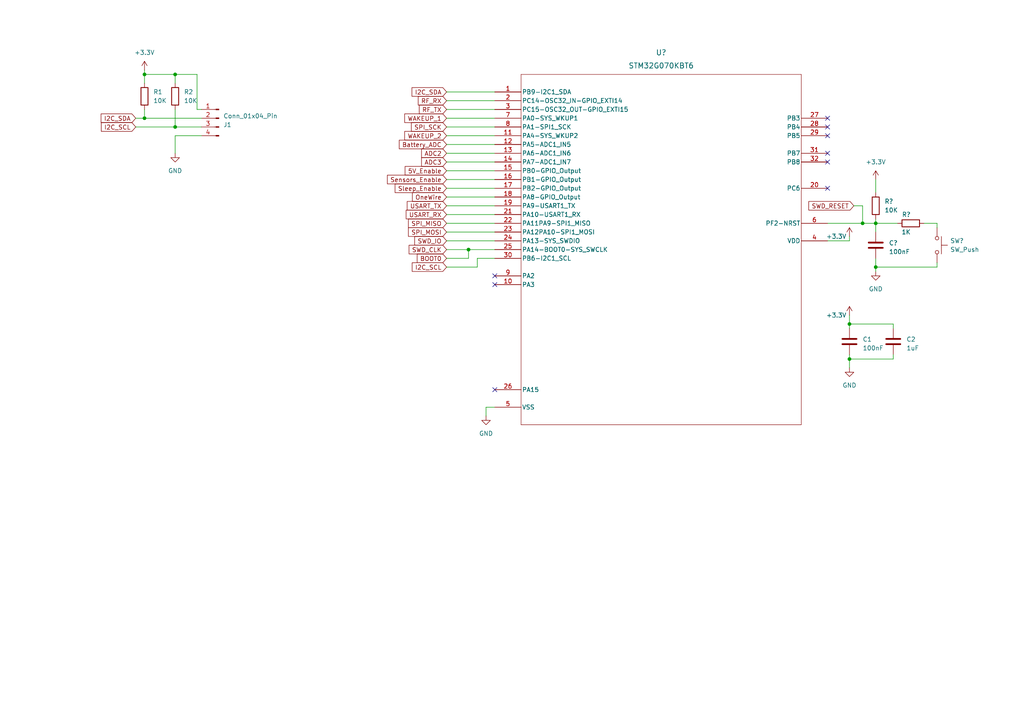
<source format=kicad_sch>
(kicad_sch (version 20230121) (generator eeschema)
  (paper "A4")
  (lib_symbols
    (symbol "2023-02-13_13-40-03:STM32G070KBT6" (pin_names (offset 0.254))
      (property "Reference" "U" (at 48.26 10.16 0))
      (property "Value" "STM32G070KBT6" (at 48.26 7.62 0))
      (symbol "STM32G070KBT6_0_1"
        (polyline (pts (xy 7.62 -96.52) (xy 88.9 -96.52)) (stroke (width 0.127)))
        (polyline (pts (xy 7.62 5.08) (xy 7.62 -96.52)) (stroke (width 0.127)))
        (polyline (pts (xy 88.9 -96.52) (xy 88.9 5.08)) (stroke (width 0.127)))
        (polyline (pts (xy 88.9 5.08) (xy 7.62 5.08)) (stroke (width 0.127)))
        (pin unspecified line (at 0 0 0) (length 7.62) (name "PB9-I2C1_SDA") (number "1"))
        (pin bidirectional line (at 0 -55.88 0) (length 7.62) (name "PA3") (number "10"))
        (pin unspecified line (at 0 -12.7 0) (length 7.62) (name "PA4-SYS_WKUP2") (number "11"))
        (pin unspecified line (at 0 -15.24 0) (length 7.62) (name "PA5-ADC1_IN5") (number "12"))
        (pin unspecified line (at 0 -17.78 0) (length 7.62) (name "PA6-ADC1_IN6") (number "13"))
        (pin unspecified line (at 0 -20.32 0) (length 7.62) (name "PA7-ADC1_IN7") (number "14"))
        (pin unspecified line (at 0 -22.86 0) (length 7.62) (name "PB0-GPIO_Output") (number "15"))
        (pin unspecified line (at 0 -25.4 0) (length 7.62) (name "PB1-GPIO_Output") (number "16"))
        (pin unspecified line (at 0 -27.94 0) (length 7.62) (name "PB2-GPIO_Output") (number "17"))
        (pin unspecified line (at 0 -30.48 0) (length 7.62) (name "PA8-GPIO_Output") (number "18"))
        (pin unspecified line (at 0 -33.02 0) (length 7.62) (name "PA9-USART1_TX") (number "19"))
        (pin unspecified line (at 0 -2.54 0) (length 7.62) (name "PC14-OSC32_IN-GPIO_EXTI14") (number "2"))
        (pin bidirectional line (at 96.52 -27.94 180) (length 7.62) (name "PC6") (number "20"))
        (pin unspecified line (at 0 -35.56 0) (length 7.62) (name "PA10-USART1_RX") (number "21"))
        (pin unspecified line (at 0 -38.1 0) (length 7.62) (name "PA11PA9-SPI1_MISO") (number "22"))
        (pin unspecified line (at 0 -40.64 0) (length 7.62) (name "PA12PA10-SPI1_MOSI") (number "23"))
        (pin unspecified line (at 0 -43.18 0) (length 7.62) (name "PA13-SYS_SWDIO") (number "24"))
        (pin unspecified line (at 0 -45.72 0) (length 7.62) (name "PA14-BOOT0-SYS_SWCLK") (number "25"))
        (pin bidirectional line (at 0 -86.36 0) (length 7.62) (name "PA15") (number "26"))
        (pin bidirectional line (at 96.52 -7.62 180) (length 7.62) (name "PB3") (number "27"))
        (pin bidirectional line (at 96.52 -10.16 180) (length 7.62) (name "PB4") (number "28"))
        (pin bidirectional line (at 96.52 -12.7 180) (length 7.62) (name "PB5") (number "29"))
        (pin unspecified line (at 0 -5.08 0) (length 7.62) (name "PC15-OSC32_OUT-GPIO_EXTI15") (number "3"))
        (pin unspecified line (at 0 -48.26 0) (length 7.62) (name "PB6-I2C1_SCL") (number "30"))
        (pin bidirectional line (at 96.52 -17.78 180) (length 7.62) (name "PB7") (number "31"))
        (pin bidirectional line (at 96.52 -20.32 180) (length 7.62) (name "PB8") (number "32"))
        (pin power_in line (at 96.52 -43.18 180) (length 7.62) (name "VDD") (number "4"))
        (pin power_in line (at 0 -91.44 0) (length 7.62) (name "VSS") (number "5"))
        (pin bidirectional line (at 96.52 -38.1 180) (length 7.62) (name "PF2-NRST") (number "6"))
        (pin unspecified line (at 0 -7.62 0) (length 7.62) (name "PA0-SYS_WKUP1") (number "7"))
        (pin unspecified line (at 0 -10.16 0) (length 7.62) (name "PA1-SPI1_SCK") (number "8"))
        (pin bidirectional line (at 0 -53.34 0) (length 7.62) (name "PA2") (number "9"))
      )
    )
    (symbol "Connector:Conn_01x04_Pin" (pin_names (offset 1.016) hide)
      (property "Reference" "J" (at 0 5.08 0))
      (property "Value" "Conn_01x04_Pin" (at 0 -7.62 0))
      (symbol "Conn_01x04_Pin_1_1"
        (polyline (pts (xy 1.27 -5.08) (xy 0.8636 -5.08)) (stroke (width 0.1524)))
        (polyline (pts (xy 1.27 -2.54) (xy 0.8636 -2.54)) (stroke (width 0.1524)))
        (polyline (pts (xy 1.27 0) (xy 0.8636 0)) (stroke (width 0.1524)))
        (polyline (pts (xy 1.27 2.54) (xy 0.8636 2.54)) (stroke (width 0.1524)))
        (rectangle (start 0.8636 -4.953) (end 0 -5.207) (stroke (width 0.1524)) (fill (type outline)))
        (rectangle (start 0.8636 -2.413) (end 0 -2.667) (stroke (width 0.1524)) (fill (type outline)))
        (rectangle (start 0.8636 0.127) (end 0 -0.127) (stroke (width 0.1524)) (fill (type outline)))
        (rectangle (start 0.8636 2.667) (end 0 2.413) (stroke (width 0.1524)) (fill (type outline)))
        (pin passive line (at 5.08 2.54 180) (length 3.81) (name "Pin_1") (number "1"))
        (pin passive line (at 5.08 0 180) (length 3.81) (name "Pin_2") (number "2"))
        (pin passive line (at 5.08 -2.54 180) (length 3.81) (name "Pin_3") (number "3"))
        (pin passive line (at 5.08 -5.08 180) (length 3.81) (name "Pin_4") (number "4"))
      )
    )
    (symbol "Device:C" (pin_numbers hide) (pin_names (offset 0.254))
      (property "Reference" "C" (at 0.635 2.54 0))
      (property "Value" "C" (at 0.635 -2.54 0))
      (symbol "C_0_1"
        (polyline (pts (xy -2.032 -0.762) (xy 2.032 -0.762)) (stroke (width 0.508)))
        (polyline (pts (xy -2.032 0.762) (xy 2.032 0.762)) (stroke (width 0.508)))
      )
      (symbol "C_1_1"
        (pin passive line (at 0 3.81 270) (length 2.794) (name "~") (number "1"))
        (pin passive line (at 0 -3.81 90) (length 2.794) (name "~") (number "2"))
      )
    )
    (symbol "Device:R" (pin_numbers hide) (pin_names (offset 0))
      (property "Reference" "R" (at 2.032 0 90))
      (property "Value" "R" (at 0 0 90))
      (symbol "R_0_1"
        (rectangle (start -1.016 -2.54) (end 1.016 2.54) (stroke (width 0.254)))
      )
      (symbol "R_1_1"
        (pin passive line (at 0 3.81 270) (length 1.27) (name "~") (number "1"))
        (pin passive line (at 0 -3.81 90) (length 1.27) (name "~") (number "2"))
      )
    )
    (symbol "Switch:SW_Push" (pin_numbers hide) (pin_names (offset 1.016) hide)
      (property "Reference" "SW" (at 1.27 2.54 0))
      (property "Value" "SW_Push" (at 0 -1.524 0))
      (symbol "SW_Push_0_1"
        (circle (center -2.032 0) (radius 0.508))
        (polyline (pts (xy 0 1.27) (xy 0 3.048)))
        (polyline (pts (xy 2.54 1.27) (xy -2.54 1.27)))
        (circle (center 2.032 0) (radius 0.508))
        (pin passive line (at -5.08 0 0) (length 2.54) (name "1") (number "1"))
        (pin passive line (at 5.08 0 180) (length 2.54) (name "2") (number "2"))
      )
    )
    (symbol "power:+3.3V" (power) (pin_names (offset 0))
      (property "Value" "+3.3V" (at 0 3.556 0))
      (symbol "+3.3V_0_1"
        (polyline (pts (xy -0.762 1.27) (xy 0 2.54)))
        (polyline (pts (xy 0 0) (xy 0 2.54)))
        (polyline (pts (xy 0 2.54) (xy 0.762 1.27)))
      )
      (symbol "+3.3V_1_1"
        (pin power_in line (at 0 0 90) (length 0) hide (name "+3.3V") (number "1"))
      )
    )
    (symbol "power:GND" (power) (pin_names (offset 0))
      (property "Value" "GND" (at 0 -3.81 0))
      (symbol "GND_0_1"
        (polyline (pts (xy 0 0) (xy 0 -1.27) (xy 1.27 -1.27) (xy 0 -2.54) (xy -1.27 -1.27) (xy 0 -1.27)))
      )
      (symbol "GND_1_1"
        (pin power_in line (at 0 0 270) (length 0) hide (name "GND") (number "1"))
      )
    )
  )
  (junction (at 246.38 104.14))
  (junction (at 135.89 72.39))
  (junction (at 246.38 93.98))
  (junction (at 254 77.47))
  (junction (at 41.91 34.29))
  (junction (at 250.19 64.77))
  (junction (at 41.91 21.59))
  (junction (at 50.8 36.83))
  (junction (at 254 64.77))
  (junction (at 50.8 21.59))
  (no_connect (at 240.03 39.37))
  (no_connect (at 143.51 80.01))
  (no_connect (at 240.03 36.83))
  (no_connect (at 143.51 82.55))
  (no_connect (at 240.03 44.45))
  (no_connect (at 240.03 46.99))
  (no_connect (at 240.03 54.61))
  (no_connect (at 143.51 113.03))
  (no_connect (at 240.03 34.29))
  (wire (pts (xy 246.38 104.14) (xy 246.38 106.68)))
  (wire (pts (xy 41.91 21.59) (xy 41.91 24.13)))
  (wire (pts (xy 57.15 21.59) (xy 50.8 21.59)))
  (wire (pts (xy 129.54 67.31) (xy 143.51 67.31)))
  (wire (pts (xy 271.78 76.2) (xy 271.78 77.47)))
  (wire (pts (xy 57.15 31.75) (xy 57.15 21.59)))
  (wire (pts (xy 129.54 26.67) (xy 143.51 26.67)))
  (wire (pts (xy 129.54 36.83) (xy 143.51 36.83)))
  (wire (pts (xy 129.54 41.91) (xy 143.51 41.91)))
  (wire (pts (xy 246.38 93.98) (xy 246.38 95.25)))
  (wire (pts (xy 254 64.77) (xy 254 67.31)))
  (wire (pts (xy 247.65 59.69) (xy 250.19 59.69)))
  (wire (pts (xy 259.08 95.25) (xy 259.08 93.98)))
  (wire (pts (xy 250.19 64.77) (xy 254 64.77)))
  (wire (pts (xy 50.8 36.83) (xy 50.8 31.75)))
  (wire (pts (xy 254 64.77) (xy 254 63.5)))
  (wire (pts (xy 50.8 36.83) (xy 58.42 36.83)))
  (wire (pts (xy 246.38 68.58) (xy 246.38 69.85)))
  (wire (pts (xy 135.89 72.39) (xy 143.51 72.39)))
  (wire (pts (xy 140.97 120.65) (xy 140.97 118.11)))
  (wire (pts (xy 129.54 31.75) (xy 143.51 31.75)))
  (wire (pts (xy 240.03 64.77) (xy 250.19 64.77)))
  (wire (pts (xy 129.54 52.07) (xy 143.51 52.07)))
  (wire (pts (xy 254 64.77) (xy 260.35 64.77)))
  (wire (pts (xy 135.89 72.39) (xy 135.89 74.93)))
  (wire (pts (xy 129.54 74.93) (xy 135.89 74.93)))
  (wire (pts (xy 254 74.93) (xy 254 77.47)))
  (wire (pts (xy 246.38 102.87) (xy 246.38 104.14)))
  (wire (pts (xy 41.91 34.29) (xy 58.42 34.29)))
  (wire (pts (xy 129.54 34.29) (xy 143.51 34.29)))
  (wire (pts (xy 129.54 39.37) (xy 143.51 39.37)))
  (wire (pts (xy 129.54 54.61) (xy 143.51 54.61)))
  (wire (pts (xy 58.42 39.37) (xy 50.8 39.37)))
  (wire (pts (xy 138.43 77.47) (xy 129.54 77.47)))
  (wire (pts (xy 138.43 77.47) (xy 138.43 74.93)))
  (wire (pts (xy 41.91 20.32) (xy 41.91 21.59)))
  (wire (pts (xy 129.54 49.53) (xy 143.51 49.53)))
  (wire (pts (xy 58.42 31.75) (xy 57.15 31.75)))
  (wire (pts (xy 140.97 118.11) (xy 143.51 118.11)))
  (wire (pts (xy 246.38 91.44) (xy 246.38 93.98)))
  (wire (pts (xy 254 77.47) (xy 254 78.74)))
  (wire (pts (xy 129.54 57.15) (xy 143.51 57.15)))
  (wire (pts (xy 254 77.47) (xy 271.78 77.47)))
  (wire (pts (xy 129.54 29.21) (xy 143.51 29.21)))
  (wire (pts (xy 129.54 46.99) (xy 143.51 46.99)))
  (wire (pts (xy 271.78 66.04) (xy 271.78 64.77)))
  (wire (pts (xy 129.54 62.23) (xy 143.51 62.23)))
  (wire (pts (xy 41.91 21.59) (xy 50.8 21.59)))
  (wire (pts (xy 129.54 59.69) (xy 143.51 59.69)))
  (wire (pts (xy 129.54 69.85) (xy 143.51 69.85)))
  (wire (pts (xy 50.8 39.37) (xy 50.8 44.45)))
  (wire (pts (xy 39.37 36.83) (xy 50.8 36.83)))
  (wire (pts (xy 129.54 64.77) (xy 143.51 64.77)))
  (wire (pts (xy 50.8 24.13) (xy 50.8 21.59)))
  (wire (pts (xy 129.54 44.45) (xy 143.51 44.45)))
  (wire (pts (xy 138.43 74.93) (xy 143.51 74.93)))
  (wire (pts (xy 246.38 93.98) (xy 259.08 93.98)))
  (wire (pts (xy 129.54 72.39) (xy 135.89 72.39)))
  (wire (pts (xy 39.37 34.29) (xy 41.91 34.29)))
  (wire (pts (xy 254 52.07) (xy 254 55.88)))
  (wire (pts (xy 240.03 69.85) (xy 246.38 69.85)))
  (wire (pts (xy 41.91 34.29) (xy 41.91 31.75)))
  (wire (pts (xy 250.19 59.69) (xy 250.19 64.77)))
  (wire (pts (xy 259.08 102.87) (xy 259.08 104.14)))
  (wire (pts (xy 267.97 64.77) (xy 271.78 64.77)))
  (wire (pts (xy 246.38 104.14) (xy 259.08 104.14)))
  (global_label "RF_TX" (shape input) (at 129.54 31.75 180) (property "Intersheetrefs" "${INTERSHEET_REFS}" (effects hide)))
  (global_label "SWD_CLK" (shape input) (at 129.54 72.39 180) (property "Intersheetrefs" "${INTERSHEET_REFS}" (effects hide)))
  (global_label "USART_TX" (shape input) (at 129.54 59.69 180) (property "Intersheetrefs" "${INTERSHEET_REFS}" (effects hide)))
  (global_label "ADC3" (shape input) (at 129.54 46.99 180) (property "Intersheetrefs" "${INTERSHEET_REFS}" (effects hide)))
  (global_label "I2C_SDA" (shape input) (at 39.37 34.29 180) (property "Intersheetrefs" "${INTERSHEET_REFS}" (effects hide)))
  (global_label "I2C_SCL" (shape input) (at 129.54 77.47 180) (property "Intersheetrefs" "${INTERSHEET_REFS}" (effects hide)))
  (global_label "ADC2" (shape input) (at 129.54 44.45 180) (property "Intersheetrefs" "${INTERSHEET_REFS}" (effects hide)))
  (global_label "5V_Enable" (shape input) (at 129.54 49.53 180) (property "Intersheetrefs" "${INTERSHEET_REFS}" (effects hide)))
  (global_label "SWD_RESET" (shape input) (at 247.65 59.69 180) (property "Intersheetrefs" "${INTERSHEET_REFS}" (effects hide)))
  (global_label "I2C_SDA" (shape input) (at 129.54 26.67 180) (property "Intersheetrefs" "${INTERSHEET_REFS}" (effects hide)))
  (global_label "BOOT0" (shape input) (at 129.54 74.93 180) (property "Intersheetrefs" "${INTERSHEET_REFS}" (effects hide)))
  (global_label "I2C_SCL" (shape input) (at 39.37 36.83 180) (property "Intersheetrefs" "${INTERSHEET_REFS}" (effects hide)))
  (global_label "SWD_IO" (shape input) (at 129.54 69.85 180) (property "Intersheetrefs" "${INTERSHEET_REFS}" (effects hide)))
  (global_label "Sleep_Enable" (shape input) (at 129.54 54.61 180) (property "Intersheetrefs" "${INTERSHEET_REFS}" (effects hide)))
  (global_label "USART_RX" (shape input) (at 129.54 62.23 180) (property "Intersheetrefs" "${INTERSHEET_REFS}" (effects hide)))
  (global_label "SPI_SCK" (shape input) (at 129.54 36.83 180) (property "Intersheetrefs" "${INTERSHEET_REFS}" (effects hide)))
  (global_label "SPI_MISO" (shape input) (at 129.54 64.77 180) (property "Intersheetrefs" "${INTERSHEET_REFS}" (effects hide)))
  (global_label "OneWire" (shape input) (at 129.54 57.15 180) (property "Intersheetrefs" "${INTERSHEET_REFS}" (effects hide)))
  (global_label "WAKEUP_1" (shape input) (at 129.54 34.29 180) (property "Intersheetrefs" "${INTERSHEET_REFS}" (effects hide)))
  (global_label "Battery_ADC" (shape input) (at 129.54 41.91 180) (property "Intersheetrefs" "${INTERSHEET_REFS}" (effects hide)))
  (global_label "Sensors_Enable" (shape input) (at 129.54 52.07 180) (property "Intersheetrefs" "${INTERSHEET_REFS}" (effects hide)))
  (global_label "RF_RX" (shape input) (at 129.54 29.21 180) (property "Intersheetrefs" "${INTERSHEET_REFS}" (effects hide)))
  (global_label "WAKEUP_2" (shape input) (at 129.54 39.37 180) (property "Intersheetrefs" "${INTERSHEET_REFS}" (effects hide)))
  (global_label "SPI_MOSI" (shape input) (at 129.54 67.31 180) (property "Intersheetrefs" "${INTERSHEET_REFS}" (effects hide)))
  (symbol (lib_id "Device:R") (at 41.91 27.94 0) (unit 1)
    (property "Reference" "R1" (at 44.45 26.67 0) (effects (justify left)))
    (property "Value" "10K" (at 44.45 29.2099 0) (effects (justify left)))
  )
  (symbol (lib_id "power:+3.3V") (at 41.91 20.32 0) (unit 1)
    (property "Reference" "#PWR03" (effects hide))
    (property "Value" "+3.3V" (at 41.91 15.24 0))
  )
  (symbol (lib_id "power:GND") (at 246.38 106.68 0) (unit 1)
    (property "Reference" "#PWR02" (effects hide))
    (property "Value" "GND" (at 246.38 111.76 0))
  )
  (symbol (lib_id "Device:C") (at 246.38 99.06 0) (unit 1)
    (property "Reference" "C1" (at 250.19 98.425 0) (effects (justify left)))
    (property "Value" "100nF" (at 250.19 100.965 0) (effects (justify left)))
  )
  (symbol (lib_id "2023-02-13_13-40-03:STM32G070KBT6") (at 143.51 26.67 0) (unit 1)
    (property "Reference" "U?" (at 191.77 15.24 0) (effects (font (size 1.524 1.524))))
    (property "Value" "STM32G070KBT6" (at 191.77 19.05 0) (effects (font (size 1.524 1.524))))
    (property "Footprint" "LQFP-32" (effects hide))
    (property "Datasheet" "STM32G070KBT6" (effects hide))
  )
  (symbol (lib_id "Switch:SW_Push") (at 271.78 71.12 270) (unit 1)
    (property "Reference" "SW?" (at 275.59 69.8499 90) (effects (justify left)))
    (property "Value" "SW_Push" (at 275.59 72.3899 90) (effects (justify left)))
  )
  (symbol (lib_id "power:GND") (at 140.97 120.65 0) (unit 1)
    (property "Reference" "#PWR0104" (effects hide))
    (property "Value" "GND" (at 140.97 125.73 0))
  )
  (symbol (lib_id "Connector:Conn_01x04_Pin") (at 63.5 34.29 0) (mirror y) (unit 1)
    (property "Reference" "J1" (at 64.77 36.195 0) (effects (justify right)))
    (property "Value" "Conn_01x04_Pin" (at 64.77 33.655 0) (effects (justify right)))
  )
  (symbol (lib_id "Device:C") (at 254 71.12 0) (unit 1)
    (property "Reference" "C?" (at 257.81 70.485 0) (effects (justify left)))
    (property "Value" "100nF" (at 257.81 73.025 0) (effects (justify left)))
  )
  (symbol (lib_id "Device:C") (at 259.08 99.06 0) (unit 1)
    (property "Reference" "C2" (at 262.89 98.425 0) (effects (justify left)))
    (property "Value" "1uF" (at 262.89 100.965 0) (effects (justify left)))
  )
  (symbol (lib_id "power:+3.3V") (at 246.38 91.44 0) (unit 1)
    (property "Reference" "#PWR01" (effects hide))
    (property "Value" "+3.3V" (at 242.57 91.44 0))
  )
  (symbol (lib_id "Device:R") (at 264.16 64.77 90) (unit 1)
    (property "Reference" "R?" (at 264.16 62.23 90) (effects (justify left)))
    (property "Value" "1K" (at 264.16 67.31 90) (effects (justify left)))
  )
  (symbol (lib_id "Device:R") (at 50.8 27.94 0) (unit 1)
    (property "Reference" "R2" (at 53.34 26.67 0) (effects (justify left)))
    (property "Value" "10K" (at 53.34 29.2099 0) (effects (justify left)))
  )
  (symbol (lib_id "power:GND") (at 254 78.74 0) (unit 1)
    (property "Reference" "#PWR0101" (effects hide))
    (property "Value" "GND" (at 254 83.82 0))
  )
  (symbol (lib_id "power:+3.3V") (at 254 52.07 0) (unit 1)
    (property "Reference" "#PWR0102" (effects hide))
    (property "Value" "+3.3V" (at 254 46.99 0))
  )
  (symbol (lib_id "Device:R") (at 254 59.69 0) (unit 1)
    (property "Reference" "R?" (at 256.54 58.42 0) (effects (justify left)))
    (property "Value" "10K" (at 256.54 60.9599 0) (effects (justify left)))
  )
  (symbol (lib_id "power:+3.3V") (at 246.38 68.58 0) (unit 1)
    (property "Reference" "#PWR0103" (effects hide))
    (property "Value" "+3.3V" (at 242.57 68.58 0))
  )
  (symbol (lib_id "power:GND") (at 50.8 44.45 0) (unit 1)
    (property "Reference" "#PWR04" (effects hide))
    (property "Value" "GND" (at 50.8 49.53 0))
  )
)
</source>
